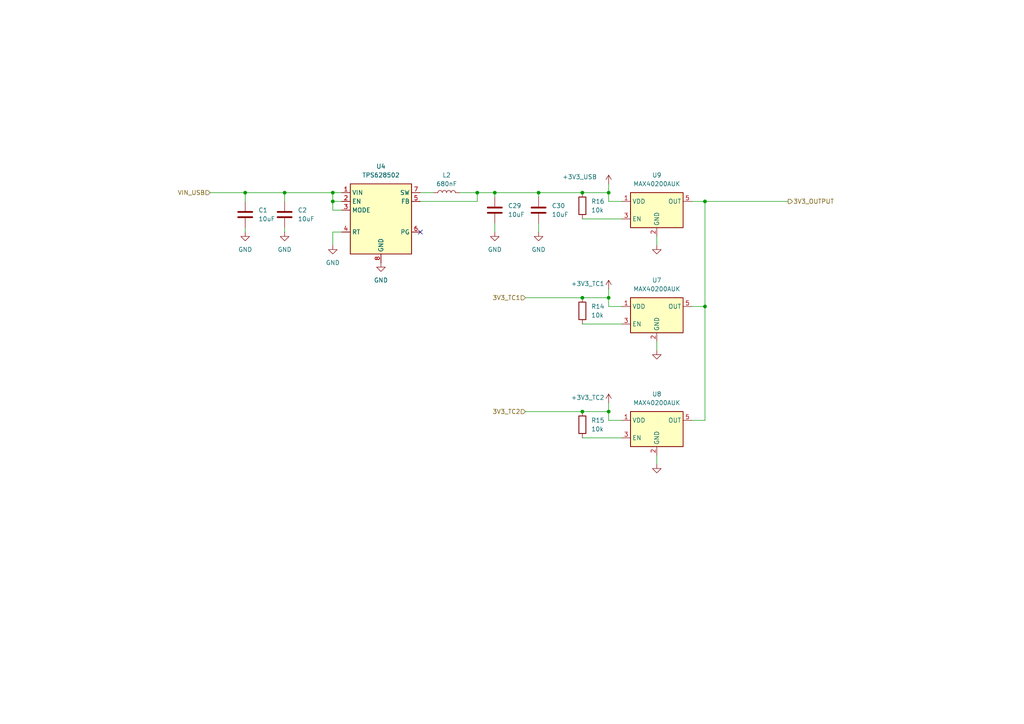
<source format=kicad_sch>
(kicad_sch (version 20250114) (generator "eeschema") (generator_version "9.0")
  (paper "A4")
  (lib_symbols
    (symbol "Analog_Switch:MAX40200AUK"
      (property "Reference" "U" (at -6.35 6.35 0))
      (property "Value" "MAX40200AUK" (at 7.62 6.35 0))
      (symbol "MAX40200AUK_1_1"
        (rectangle (start -7.62 -5.08) (end 7.62 5.08) (stroke (width 0.254)) (fill (type background)))
        (pin power_in line (at -10.16 2.54 0) (length 2.54) (name "VDD") (number "1"))
        (pin input line (at -10.16 -2.54 0) (length 2.54) (name "EN") (number "3"))
        (pin power_in line (at 0 -7.62 90) (length 2.54) (name "GND") (number "2"))
        (pin no_connect line (at 7.62 -2.54 180) (length 2.54) (hide yes) (name "NC") (number "4"))
        (pin passive line (at 10.16 2.54 180) (length 2.54) (name "OUT") (number "5"))
      )
    )
    (symbol "Device:C" (pin_numbers (hide yes)) (pin_names (offset 0.254))
      (property "Reference" "C" (at 0.635 2.54 0))
      (property "Value" "C" (at 0.635 -2.54 0))
      (symbol "C_0_1"
        (polyline (pts (xy -2.032 0.762) (xy 2.032 0.762)) (stroke (width 0.508)))
        (polyline (pts (xy -2.032 -0.762) (xy 2.032 -0.762)) (stroke (width 0.508)))
      )
      (symbol "C_1_1"
        (pin passive line (at 0 3.81 270) (length 2.794) (name "~") (number "1"))
        (pin passive line (at 0 -3.81 90) (length 2.794) (name "~") (number "2"))
      )
    )
    (symbol "Device:L" (pin_numbers (hide yes)) (pin_names (offset 1.016) (hide yes))
      (property "Reference" "L" (at -1.27 0 90))
      (property "Value" "L" (at 1.905 0 90))
      (symbol "L_0_1"
        (arc (start 0 2.54) (mid 0.6323 1.905) (end 0 1.27))
        (arc (start 0 1.27) (mid 0.6323 0.635) (end 0 0))
        (arc (start 0 0) (mid 0.6323 -0.635) (end 0 -1.27))
        (arc (start 0 -1.27) (mid 0.6323 -1.905) (end 0 -2.54))
      )
      (symbol "L_1_1"
        (pin passive line (at 0 3.81 270) (length 1.27) (name "1") (number "1"))
        (pin passive line (at 0 -3.81 90) (length 1.27) (name "2") (number "2"))
      )
    )
    (symbol "Device:R" (pin_numbers (hide yes)) (pin_names (offset 0))
      (property "Reference" "R" (at 2.032 0 90))
      (property "Value" "R" (at 0 0 90))
      (symbol "R_0_1"
        (rectangle (start -1.016 -2.54) (end 1.016 2.54) (stroke (width 0.254)))
      )
      (symbol "R_1_1"
        (pin passive line (at 0 3.81 270) (length 1.27) (name "~") (number "1"))
        (pin passive line (at 0 -3.81 90) (length 1.27) (name "~") (number "2"))
      )
    )
    (symbol "Sadman_passive:TPS628502"
      (property "Reference" "U" (at -0.762 6.35 0))
      (symbol "TPS628502_0_1"
        (rectangle (start -8.89 5.08) (end 8.89 -15.24) (stroke (width 0.254)) (fill (type background)))
      )
      (symbol "TPS628502_1_1"
        (pin power_in line (at -11.43 2.54 0) (length 2.54) (name "VIN") (number "1"))
        (pin input line (at -11.43 0 0) (length 2.54) (name "EN") (number "2"))
        (pin passive line (at -11.43 -2.54 0) (length 2.54) (name "MODE") (number "3"))
        (pin passive line (at -11.43 -8.89 0) (length 2.54) (name "RT") (number "4"))
        (pin power_in line (at 0 -17.78 90) (length 2.54) (name "GND") (number "8"))
        (pin output line (at 11.43 2.54 180) (length 2.54) (name "SW") (number "7"))
        (pin input line (at 11.43 0 180) (length 2.54) (name "FB") (number "5"))
        (pin passive line (at 11.43 -8.89 180) (length 2.54) (name "PG") (number "6"))
      )
    )
    (symbol "power:+3V3" (power) (pin_numbers (hide yes)) (pin_names (offset 0) (hide yes))
      (property "Value" "+3V3" (at 0 3.556 0))
      (symbol "+3V3_0_1"
        (polyline (pts (xy -0.762 1.27) (xy 0 2.54)))
        (polyline (pts (xy 0 2.54) (xy 0.762 1.27)))
        (polyline (pts (xy 0 0) (xy 0 2.54)))
      )
      (symbol "+3V3_1_1"
        (pin power_in line (at 0 0 90) (length 0) (name "~") (number "1"))
      )
    )
    (symbol "power:GND" (power) (pin_numbers (hide yes)) (pin_names (offset 0) (hide yes))
      (property "Value" "GND" (at 0 -3.81 0))
      (symbol "GND_0_1"
        (polyline (pts (xy 0 0) (xy 0 -1.27) (xy 1.27 -1.27) (xy 0 -2.54) (xy -1.27 -1.27) (xy 0 -1.27)))
      )
      (symbol "GND_1_1"
        (pin power_in line (at 0 0 270) (length 0) (name "~") (number "1"))
      )
    )
  )
  (junction (at 176.53 55.88))
  (junction (at 168.91 119.38))
  (junction (at 156.21 55.88))
  (junction (at 143.51 55.88))
  (junction (at 138.43 55.88))
  (junction (at 204.47 88.9))
  (junction (at 168.91 86.36))
  (junction (at 176.53 119.38))
  (junction (at 82.55 55.88))
  (junction (at 71.12 55.88))
  (junction (at 204.47 58.42))
  (junction (at 96.52 58.42))
  (junction (at 168.91 55.88))
  (junction (at 176.53 86.36))
  (junction (at 96.52 55.88))
  (no_connect (at 121.92 67.31))
  (wire (pts (xy 204.47 58.42) (xy 204.47 88.9)))
  (wire (pts (xy 156.21 55.88) (xy 168.91 55.88)))
  (wire (pts (xy 176.53 119.38) (xy 176.53 121.92)))
  (wire (pts (xy 99.06 67.31) (xy 96.52 67.31)))
  (wire (pts (xy 152.4 86.36) (xy 168.91 86.36)))
  (wire (pts (xy 60.96 55.88) (xy 71.12 55.88)))
  (wire (pts (xy 138.43 58.42) (xy 138.43 55.88)))
  (wire (pts (xy 200.66 88.9) (xy 204.47 88.9)))
  (wire (pts (xy 143.51 55.88) (xy 156.21 55.88)))
  (wire (pts (xy 176.53 55.88) (xy 176.53 58.42)))
  (wire (pts (xy 176.53 53.34) (xy 176.53 55.88)))
  (wire (pts (xy 176.53 83.82) (xy 176.53 86.36)))
  (wire (pts (xy 176.53 86.36) (xy 176.53 88.9)))
  (wire (pts (xy 176.53 88.9) (xy 180.34 88.9)))
  (wire (pts (xy 152.4 119.38) (xy 168.91 119.38)))
  (wire (pts (xy 168.91 55.88) (xy 176.53 55.88)))
  (wire (pts (xy 168.91 119.38) (xy 176.53 119.38)))
  (wire (pts (xy 156.21 67.31) (xy 156.21 64.77)))
  (wire (pts (xy 176.53 58.42) (xy 180.34 58.42)))
  (wire (pts (xy 204.47 58.42) (xy 228.6 58.42)))
  (wire (pts (xy 168.91 86.36) (xy 176.53 86.36)))
  (wire (pts (xy 96.52 55.88) (xy 96.52 58.42)))
  (wire (pts (xy 168.91 93.98) (xy 180.34 93.98)))
  (wire (pts (xy 121.92 55.88) (xy 125.73 55.88)))
  (wire (pts (xy 71.12 55.88) (xy 82.55 55.88)))
  (wire (pts (xy 190.5 132.08) (xy 190.5 134.62)))
  (wire (pts (xy 82.55 55.88) (xy 96.52 55.88)))
  (wire (pts (xy 200.66 58.42) (xy 204.47 58.42)))
  (wire (pts (xy 190.5 68.58) (xy 190.5 71.12)))
  (wire (pts (xy 71.12 67.31) (xy 71.12 66.04)))
  (wire (pts (xy 133.35 55.88) (xy 138.43 55.88)))
  (wire (pts (xy 96.52 55.88) (xy 99.06 55.88)))
  (wire (pts (xy 96.52 58.42) (xy 96.52 60.96)))
  (wire (pts (xy 143.51 55.88) (xy 143.51 57.15)))
  (wire (pts (xy 82.55 58.42) (xy 82.55 55.88)))
  (wire (pts (xy 143.51 67.31) (xy 143.51 64.77)))
  (wire (pts (xy 168.91 127) (xy 180.34 127)))
  (wire (pts (xy 204.47 88.9) (xy 204.47 121.92)))
  (wire (pts (xy 82.55 67.31) (xy 82.55 66.04)))
  (wire (pts (xy 96.52 60.96) (xy 99.06 60.96)))
  (wire (pts (xy 121.92 58.42) (xy 138.43 58.42)))
  (wire (pts (xy 190.5 99.06) (xy 190.5 101.6)))
  (wire (pts (xy 200.66 121.92) (xy 204.47 121.92)))
  (wire (pts (xy 168.91 63.5) (xy 180.34 63.5)))
  (wire (pts (xy 156.21 55.88) (xy 156.21 57.15)))
  (wire (pts (xy 176.53 116.84) (xy 176.53 119.38)))
  (wire (pts (xy 96.52 58.42) (xy 99.06 58.42)))
  (wire (pts (xy 138.43 55.88) (xy 143.51 55.88)))
  (wire (pts (xy 96.52 67.31) (xy 96.52 71.12)))
  (wire (pts (xy 176.53 121.92) (xy 180.34 121.92)))
  (wire (pts (xy 71.12 58.42) (xy 71.12 55.88)))
  (hierarchical_label "3V3_TC1" (shape input) (at 152.4 86.36 180))
  (hierarchical_label "3V3_TC2" (shape input) (at 152.4 119.38 180))
  (hierarchical_label "3V3_OUTPUT" (shape output) (at 228.6 58.42 0))
  (hierarchical_label "VIN_USB" (shape input) (at 60.96 55.88 180))
  (symbol (lib_id "power:GND") (at 190.5 134.62 0) (unit 1)
    (property "Reference" "#PWR047" (effects (hide yes)))
    (property "Value" "GND" (effects (hide yes)))
    (property "Description" "Power symbol creates a global label with name \"GND\" , ground" (effects (hide yes)))
  )
  (symbol (lib_id "power:GND") (at 82.55 67.31 0) (unit 1)
    (property "Reference" "#PWR03" (effects (hide yes)))
    (property "Value" "GND" (at 82.55 72.39 0))
    (property "Description" "Power symbol creates a global label with name \"GND\" , ground" (effects (hide yes)))
  )
  (symbol (lib_id "power:+3V3") (at 176.53 53.34 0) (unit 1)
    (property "Reference" "#PWR048" (effects (hide yes)))
    (property "Value" "+3V3_USB" (at 163.068 51.308 0) (effects (justify left)))
    (property "Description" "Power symbol creates a global label with name \"+3V3\"" (effects (hide yes)))
  )
  (symbol (lib_id "power:+3V3") (at 176.53 83.82 0) (unit 1)
    (property "Reference" "#PWR044" (effects (hide yes)))
    (property "Value" "+3V3_TC1" (at 165.608 82.296 0) (effects (justify left)))
    (property "Description" "Power symbol creates a global label with name \"+3V3\"" (effects (hide yes)))
  )
  (symbol (lib_id "power:GND") (at 110.49 76.2 0) (unit 1)
    (property "Reference" "#PWR05" (effects (hide yes)))
    (property "Value" "GND" (at 110.49 81.28 0))
    (property "Description" "Power symbol creates a global label with name \"GND\" , ground" (effects (hide yes)))
  )
  (symbol (lib_id "Sadman_passive:TPS628502") (at 110.49 58.42 0) (unit 1)
    (property "Reference" "U4" (at 110.49 48.26 0))
    (property "Value" "TPS628502" (at 110.49 50.8 0))
    (property "Footprint" "Package_TO_SOT_SMD:SOT-583-8" (effects (hide yes)))
    (property "Datasheet" "https://www.ti.com/lit/gpn/tps628502-q1" (effects (hide yes)))
    (property "Description" "IC REG BUCK 3.3V 2A SOT583" (effects (hide yes)))
    (property "Part Number" "TPS6285021HQDRLRQ1" (effects (hide yes)))
    (property "Provider" "Digikey" (effects (hide yes)))
  )
  (symbol (lib_id "Device:R") (at 168.91 90.17 180) (unit 1)
    (property "Reference" "R14" (at 171.45 88.8999 0) (effects (justify right)))
    (property "Value" "10k" (at 171.45 91.4399 0) (effects (justify right)))
    (property "Footprint" "Resistor_SMD:R_0603_1608Metric" (effects (hide yes)))
    (property "Datasheet" "https://yageogroup.com/content/datasheet/asset/file/PYU-RC_GROUP_51_ROHS_L" (effects (hide yes)))
    (property "Description" "RES 10K OHM 1% 1/10W 0603" (effects (hide yes)))
    (property "Part Number" "RC0603FR-0710KL" (effects (hide yes)))
    (property "Provider" "Digikey" (effects (hide yes)))
  )
  (symbol (lib_id "Device:C") (at 71.12 62.23 0) (unit 1)
    (property "Reference" "C1" (at 74.93 60.9599 0) (effects (justify left)))
    (property "Value" "10uF" (at 74.93 63.4999 0) (effects (justify left)))
    (property "Footprint" "Capacitor_SMD:C_0603_1608Metric" (effects (hide yes)))
    (property "Datasheet" "https://mm.digikey.com/Volume0/opasdata/d220001/medias/docus/43/CL10A106KP8NNNC_Spec.pdf" (effects (hide yes)))
    (property "Description" "CAP CER 10UF 10V X5R 0603" (effects (hide yes)))
    (property "Part Number" "CL10A106KP8NNNC" (effects (hide yes)))
    (property "Provider" "Digikey" (effects (hide yes)))
  )
  (symbol (lib_id "Device:R") (at 168.91 123.19 180) (unit 1)
    (property "Reference" "R15" (at 171.45 121.9199 0) (effects (justify right)))
    (property "Value" "10k" (at 171.45 124.4599 0) (effects (justify right)))
    (property "Footprint" "Resistor_SMD:R_0603_1608Metric" (effects (hide yes)))
    (property "Datasheet" "https://yageogroup.com/content/datasheet/asset/file/PYU-RC_GROUP_51_ROHS_L" (effects (hide yes)))
    (property "Description" "RES 10K OHM 1% 1/10W 0603" (effects (hide yes)))
    (property "Part Number" "RC0603FR-0710KL" (effects (hide yes)))
    (property "Provider" "Digikey" (effects (hide yes)))
  )
  (symbol (lib_id "power:+3V3") (at 176.53 116.84 0) (unit 1)
    (property "Reference" "#PWR046" (effects (hide yes)))
    (property "Value" "+3V3_TC2" (at 165.608 115.316 0) (effects (justify left)))
    (property "Description" "Power symbol creates a global label with name \"+3V3\"" (effects (hide yes)))
  )
  (symbol (lib_id "power:GND") (at 190.5 71.12 0) (unit 1)
    (property "Reference" "#PWR057" (effects (hide yes)))
    (property "Value" "GND" (effects (hide yes)))
    (property "Description" "Power symbol creates a global label with name \"GND\" , ground" (effects (hide yes)))
  )
  (symbol (lib_id "Device:C") (at 82.55 62.23 0) (unit 1)
    (property "Reference" "C2" (at 86.36 60.9599 0) (effects (justify left)))
    (property "Value" "10uF" (at 86.36 63.4999 0) (effects (justify left)))
    (property "Footprint" "Capacitor_SMD:C_0603_1608Metric" (effects (hide yes)))
    (property "Datasheet" "https://mm.digikey.com/Volume0/opasdata/d220001/medias/docus/43/CL10A106KP8NNNC_Spec.pdf" (effects (hide yes)))
    (property "Description" "CAP CER 10UF 10V X5R 0603" (effects (hide yes)))
    (property "Part Number" "CL10A106KP8NNNC" (effects (hide yes)))
    (property "Provider" "Digikey" (effects (hide yes)))
  )
  (symbol (lib_id "power:GND") (at 143.51 67.31 0) (unit 1)
    (property "Reference" "#PWR042" (effects (hide yes)))
    (property "Value" "GND" (at 143.51 72.39 0))
    (property "Description" "Power symbol creates a global label with name \"GND\" , ground" (effects (hide yes)))
  )
  (symbol (lib_id "Device:R") (at 168.91 59.69 180) (unit 1)
    (property "Reference" "R16" (at 171.45 58.4199 0) (effects (justify right)))
    (property "Value" "10k" (at 171.45 60.9599 0) (effects (justify right)))
    (property "Footprint" "Resistor_SMD:R_0603_1608Metric" (effects (hide yes)))
    (property "Datasheet" "https://yageogroup.com/content/datasheet/asset/file/PYU-RC_GROUP_51_ROHS_L" (effects (hide yes)))
    (property "Description" "RES 10K OHM 1% 1/10W 0603" (effects (hide yes)))
    (property "Part Number" "RC0603FR-0710KL" (effects (hide yes)))
    (property "Provider" "Digikey" (effects (hide yes)))
  )
  (symbol (lib_id "Device:L") (at 129.54 55.88 90) (unit 1)
    (property "Reference" "L2" (at 129.54 50.8 90))
    (property "Value" "680nF" (at 129.54 53.34 90))
    (property "Footprint" "sadman_power_passive:L_1212_3030Metric" (effects (hide yes)))
    (property "Datasheet" "https://www.coilcraft.com/en-us/files/datasheet/xfl3012" (effects (hide yes)))
    (property "Description" "FIXED IND 680NH 2.1A 40 MOHM SMD" (effects (hide yes)))
    (property "Part Number" "XFL3012-681MEC" (effects (hide yes)))
    (property "Provider" "Digikey" (effects (hide yes)))
  )
  (symbol (lib_id "Analog_Switch:MAX40200AUK") (at 190.5 60.96 0) (unit 1)
    (property "Reference" "U9" (at 190.5 50.8 0))
    (property "Value" "MAX40200AUK" (at 190.5 53.34 0))
    (property "Footprint" "Package_TO_SOT_SMD:SOT-23-5" (effects (hide yes)))
    (property "Datasheet" "https://datasheets.maximintegrated.com/en/ds/MAX40200.pdf" (effects (hide yes)))
    (property "Description" "IC DIODE CURRENT SWITCH SOT23-5" (effects (hide yes)))
    (property "Part Number" "MAX40200AUK+T" (effects (hide yes)))
    (property "Provider" "Digikey" (effects (hide yes)))
  )
  (symbol (lib_id "power:GND") (at 190.5 101.6 0) (unit 1)
    (property "Reference" "#PWR045" (effects (hide yes)))
    (property "Value" "GND" (effects (hide yes)))
    (property "Description" "Power symbol creates a global label with name \"GND\" , ground" (effects (hide yes)))
  )
  (symbol (lib_id "Device:C") (at 156.21 60.96 0) (unit 1)
    (property "Reference" "C30" (at 160.02 59.6899 0) (effects (justify left)))
    (property "Value" "10uF" (at 160.02 62.2299 0) (effects (justify left)))
    (property "Footprint" "Capacitor_SMD:C_0603_1608Metric" (effects (hide yes)))
    (property "Datasheet" "https://mm.digikey.com/Volume0/opasdata/d220001/medias/docus/43/CL10A106KP8NNNC_Spec.pdf" (effects (hide yes)))
    (property "Description" "CAP CER 10UF 10V X5R 0603" (effects (hide yes)))
    (property "Part Number" "CL10A106KP8NNNC" (effects (hide yes)))
    (property "Provider" "Digikey" (effects (hide yes)))
  )
  (symbol (lib_id "power:GND") (at 71.12 67.31 0) (unit 1)
    (property "Reference" "#PWR01" (effects (hide yes)))
    (property "Value" "GND" (at 71.12 72.39 0))
    (property "Description" "Power symbol creates a global label with name \"GND\" , ground" (effects (hide yes)))
  )
  (symbol (lib_id "power:GND") (at 96.52 71.12 0) (unit 1)
    (property "Reference" "#PWR04" (effects (hide yes)))
    (property "Value" "GND" (at 96.52 76.2 0))
    (property "Description" "Power symbol creates a global label with name \"GND\" , ground" (effects (hide yes)))
  )
  (symbol (lib_id "Analog_Switch:MAX40200AUK") (at 190.5 91.44 0) (unit 1)
    (property "Reference" "U7" (at 190.5 81.28 0))
    (property "Value" "MAX40200AUK" (at 190.5 83.82 0))
    (property "Footprint" "Package_TO_SOT_SMD:SOT-23-5" (effects (hide yes)))
    (property "Datasheet" "https://datasheets.maximintegrated.com/en/ds/MAX40200.pdf" (effects (hide yes)))
    (property "Description" "IC DIODE CURRENT SWITCH SOT23-5" (effects (hide yes)))
    (property "Part Number" "MAX40200AUK+T" (effects (hide yes)))
    (property "Provider" "Digikey" (effects (hide yes)))
  )
  (symbol (lib_id "Analog_Switch:MAX40200AUK") (at 190.5 124.46 0) (unit 1)
    (property "Reference" "U8" (at 190.5 114.3 0))
    (property "Value" "MAX40200AUK" (at 190.5 116.84 0))
    (property "Footprint" "Package_TO_SOT_SMD:SOT-23-5" (effects (hide yes)))
    (property "Datasheet" "https://datasheets.maximintegrated.com/en/ds/MAX40200.pdf" (effects (hide yes)))
    (property "Description" "IC DIODE CURRENT SWITCH SOT23-5" (effects (hide yes)))
    (property "Part Number" "MAX40200AUK+T" (effects (hide yes)))
    (property "Provider" "Digikey" (effects (hide yes)))
  )
  (symbol (lib_id "Device:C") (at 143.51 60.96 0) (unit 1)
    (property "Reference" "C29" (at 147.32 59.6899 0) (effects (justify left)))
    (property "Value" "10uF" (at 147.32 62.2299 0) (effects (justify left)))
    (property "Footprint" "Capacitor_SMD:C_0603_1608Metric" (effects (hide yes)))
    (property "Datasheet" "https://mm.digikey.com/Volume0/opasdata/d220001/medias/docus/43/CL10A106KP8NNNC_Spec.pdf" (effects (hide yes)))
    (property "Description" "CAP CER 10UF 10V X5R 0603" (effects (hide yes)))
    (property "Part Number" "CL10A106KP8NNNC" (effects (hide yes)))
    (property "Provider" "Digikey" (effects (hide yes)))
  )
  (symbol (lib_id "power:GND") (at 156.21 67.31 0) (unit 1)
    (property "Reference" "#PWR0101" (effects (hide yes)))
    (property "Value" "GND" (at 156.21 72.39 0))
    (property "Description" "Power symbol creates a global label with name \"GND\" , ground" (effects (hide yes)))
  )
)
</source>
